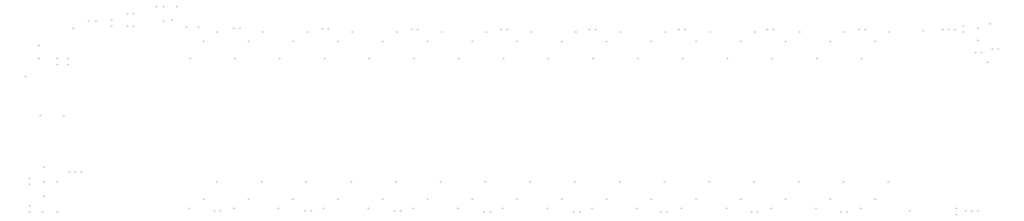
<source format=gbr>
G04*
G04 #@! TF.GenerationSoftware,Altium Limited,Altium Designer,24.1.2 (44)*
G04*
G04 Layer_Color=0*
%FSLAX25Y25*%
%MOIN*%
G70*
G04*
G04 #@! TF.SameCoordinates,29FF4F4E-3C6D-470F-9DA1-2895E510F6E9*
G04*
G04*
G04 #@! TF.FilePolarity,Positive*
G04*
G01*
G75*
%ADD12C,0.00394*%
%ADD82C,0.00197*%
D12*
X1123622Y663386D02*
X1127559D01*
X1125591Y661417D02*
Y665354D01*
X1103937Y663386D02*
X1107874D01*
X1105906Y661417D02*
Y665354D01*
X906378Y516850D02*
Y520787D01*
X904409Y518819D02*
X908346D01*
X868110Y517717D02*
Y521654D01*
X866142Y519685D02*
X870079D01*
X2409449Y604331D02*
Y608268D01*
X2407480Y606299D02*
X2411417D01*
X2391732Y364173D02*
X2395669D01*
X2393701Y362205D02*
Y366142D01*
X895669Y610236D02*
Y614173D01*
X893701Y612205D02*
X897638D01*
X2173228Y411417D02*
X2177165D01*
X2175197Y409449D02*
Y413386D01*
X2151811Y383287D02*
X2155748D01*
X2153779Y381319D02*
Y385256D01*
X2130315Y366142D02*
Y370079D01*
X2128346Y368110D02*
X2132284D01*
X2246063Y411417D02*
X2250000D01*
X2248031Y409449D02*
Y413386D01*
X2224646Y383287D02*
X2228583D01*
X2226614Y381319D02*
Y385256D01*
X2203150Y366142D02*
Y370079D01*
X2201181Y368110D02*
X2205118D01*
X2179134Y362205D02*
X2183071D01*
X2181102Y360236D02*
Y364173D01*
X2169291Y362205D02*
X2173228D01*
X2171260Y360236D02*
Y364173D01*
X1663386Y411617D02*
X1667323D01*
X1665354Y409649D02*
Y413586D01*
X1620472Y366142D02*
Y370079D01*
X1618504Y368110D02*
X1622441D01*
X1641969Y383287D02*
X1645905D01*
X1643937Y381319D02*
Y385256D01*
X1569134Y383287D02*
X1573071D01*
X1571102Y381319D02*
Y385256D01*
X1590551Y411417D02*
X1594488D01*
X1592520Y409449D02*
Y413386D01*
X1547638Y366142D02*
Y370079D01*
X1545669Y368110D02*
X1549606D01*
X2078976Y640335D02*
X2082913D01*
X2080945Y638366D02*
Y642303D01*
X2224646Y640335D02*
X2228583D01*
X2226614Y638366D02*
Y642303D01*
X2006142Y383287D02*
X2010079D01*
X2008110Y381319D02*
Y385256D01*
X2078976Y383287D02*
X2082913D01*
X2080945Y381319D02*
Y385256D01*
X1860472Y383287D02*
X1864409D01*
X1862441Y381319D02*
Y385256D01*
X1933307Y383287D02*
X1937244D01*
X1935276Y381319D02*
Y385256D01*
X1714803Y383287D02*
X1718740D01*
X1716772Y381319D02*
Y385256D01*
X1787638Y383287D02*
X1791575D01*
X1789606Y381319D02*
Y385256D01*
X1423465Y383287D02*
X1427402D01*
X1425433Y381319D02*
Y385256D01*
X1496299Y383287D02*
X1500236D01*
X1498268Y381319D02*
Y385256D01*
X1277008Y383287D02*
X1280945D01*
X1278976Y381319D02*
Y385256D01*
X1350630Y383287D02*
X1354567D01*
X1352598Y381319D02*
Y385256D01*
X1132126Y383287D02*
X1136063D01*
X1134095Y381319D02*
Y385256D01*
X1204961Y383287D02*
X1208898D01*
X1206929Y381319D02*
Y385256D01*
X2151811Y640335D02*
X2155748D01*
X2153779Y638366D02*
Y642303D01*
X2006142Y640335D02*
X2010079D01*
X2008110Y638366D02*
Y642303D01*
X1787638Y640335D02*
X1791575D01*
X1789606Y638366D02*
Y642303D01*
X1714803Y640335D02*
X1718740D01*
X1716772Y638366D02*
Y642303D01*
X1933307Y640335D02*
X1937244D01*
X1935276Y638366D02*
Y642303D01*
X1860472Y640335D02*
X1864409D01*
X1862441Y638366D02*
Y642303D01*
X1641969Y640335D02*
X1645905D01*
X1643937Y638366D02*
Y642303D01*
X1569134Y640335D02*
X1573071D01*
X1571102Y638366D02*
Y642303D01*
X1496299Y640335D02*
X1500236D01*
X1498268Y638366D02*
Y642303D01*
X1423465Y640335D02*
X1427402D01*
X1425433Y638366D02*
Y642303D01*
X872047Y435039D02*
X875984D01*
X874016Y433071D02*
Y437008D01*
X872047Y387795D02*
X875984D01*
X874016Y385827D02*
Y389764D01*
X1350630Y640335D02*
X1354567D01*
X1352598Y638366D02*
Y642303D01*
X1277795Y640335D02*
X1281732D01*
X1279764Y638366D02*
Y642303D01*
X1204961Y640335D02*
X1208898D01*
X1206929Y638366D02*
Y642303D01*
X1132126Y640335D02*
X1136063D01*
X1134095Y638366D02*
Y642303D01*
X895669Y600394D02*
Y604331D01*
X893701Y602362D02*
X897638D01*
X913386Y600394D02*
Y604331D01*
X911417Y602362D02*
X915354D01*
X913386Y610236D02*
Y614173D01*
X911417Y612205D02*
X915354D01*
X850787Y360236D02*
Y364173D01*
X848819Y362205D02*
X852756D01*
X850787Y405512D02*
Y409449D01*
X848819Y407480D02*
X852756D01*
X850787Y370079D02*
Y374016D01*
X848819Y372047D02*
X852756D01*
X850787Y415354D02*
Y419291D01*
X848819Y417323D02*
X852756D01*
X933071Y427165D02*
X937008D01*
X935039Y425197D02*
Y429134D01*
X923228Y427165D02*
X927165D01*
X925197Y425197D02*
Y429134D01*
X913386Y427165D02*
X917323D01*
X915354Y425197D02*
Y429134D01*
X2283465Y362205D02*
Y366142D01*
X2281496Y364173D02*
X2285433D01*
X2305118Y655512D02*
Y659449D01*
X2303150Y657480D02*
X2307087D01*
X919291Y661417D02*
X923228D01*
X921260Y659449D02*
Y663386D01*
X944882Y673228D02*
X948819D01*
X946850Y671260D02*
Y675197D01*
X1055118Y696850D02*
X1059055D01*
X1057087Y694882D02*
Y698819D01*
X1066929Y696850D02*
X1070866D01*
X1068898Y694882D02*
Y698819D01*
X956693Y673228D02*
X960630D01*
X958661Y671260D02*
Y675197D01*
X1066929Y673228D02*
X1070866D01*
X1068898Y671260D02*
Y675197D01*
X1082677Y673228D02*
Y677165D01*
X1080709Y675197D02*
X1084646D01*
X1090551Y694882D02*
Y698819D01*
X1088583Y696850D02*
X1092520D01*
X2381890Y363779D02*
X2385827D01*
X2383858Y361811D02*
Y365748D01*
X2425197Y627953D02*
X2429134D01*
X2427165Y625984D02*
Y629921D01*
X2358661Y356299D02*
Y360236D01*
X2356693Y358268D02*
X2360630D01*
X2358661Y366142D02*
Y370079D01*
X2356693Y368110D02*
X2360630D01*
X2372047Y364173D02*
X2375984D01*
X2374016Y362205D02*
Y366142D01*
X2415354Y627953D02*
X2419291D01*
X2417323Y625984D02*
Y629921D01*
X1007874Y665354D02*
X1011811D01*
X1009842Y663386D02*
Y667323D01*
X2387795Y622047D02*
X2391732D01*
X2389764Y620079D02*
Y624016D01*
X2397638Y622047D02*
X2401575D01*
X2399606Y620079D02*
Y624016D01*
X1017717Y665354D02*
X1021653D01*
X1019685Y663386D02*
Y667323D01*
X984252Y673228D02*
Y677165D01*
X982283Y675197D02*
X986220D01*
X984252Y663386D02*
Y667323D01*
X982283Y665354D02*
X986220D01*
X1007874Y685039D02*
X1011811D01*
X1009842Y683071D02*
Y687008D01*
X1017717Y685039D02*
X1021653D01*
X1019685Y683071D02*
Y687008D01*
X2334646Y659449D02*
X2338583D01*
X2336614Y657480D02*
Y661417D01*
X864173Y633858D02*
X868110D01*
X866142Y631890D02*
Y635827D01*
X2344488Y659842D02*
X2348425D01*
X2346457Y657874D02*
Y661811D01*
X2411417Y668898D02*
X2415354D01*
X2413386Y666929D02*
Y670866D01*
X2370079Y663386D02*
Y667323D01*
X2368110Y665354D02*
X2372047D01*
X2370079Y653543D02*
Y657480D01*
X2368110Y655512D02*
X2372047D01*
X864173Y612205D02*
X868110D01*
X866142Y610236D02*
Y614173D01*
X2354331Y659055D02*
X2358268D01*
X2356299Y657087D02*
Y661024D01*
X2391732Y641732D02*
X2395669D01*
X2393701Y639764D02*
Y643701D01*
X2391732Y661417D02*
X2395669D01*
X2393701Y659449D02*
Y663386D01*
X1155512Y653543D02*
Y657480D01*
X1153543Y655512D02*
X1157480D01*
X1229921Y653543D02*
Y657480D01*
X1227953Y655512D02*
X1231890D01*
X1190945Y661417D02*
X1194882D01*
X1192913Y659449D02*
Y663386D01*
X1181102Y661417D02*
X1185039D01*
X1183071Y659449D02*
Y663386D01*
X1302756Y653543D02*
Y657480D01*
X1300787Y655512D02*
X1304724D01*
X1375591Y653543D02*
Y657480D01*
X1373622Y655512D02*
X1377559D01*
X1334646Y661024D02*
X1338583D01*
X1336614Y659055D02*
Y662992D01*
X1324803Y661024D02*
X1328740D01*
X1326772Y659055D02*
Y662992D01*
X1110236Y612205D02*
X1114173D01*
X1112205Y610236D02*
Y614173D01*
X1183071Y612205D02*
X1187008D01*
X1185039Y610236D02*
Y614173D01*
X1255906Y612205D02*
X1259842D01*
X1257874Y610236D02*
Y614173D01*
X1328740Y612205D02*
X1332677D01*
X1330709Y610236D02*
Y614173D01*
X1448425Y653543D02*
Y657480D01*
X1446457Y655512D02*
X1450394D01*
X1521260Y653543D02*
Y657480D01*
X1519291Y655512D02*
X1523228D01*
X1480315Y659842D02*
X1484252D01*
X1482283Y657874D02*
Y661811D01*
X1470472Y659842D02*
X1474409D01*
X1472441Y657874D02*
Y661811D01*
X1594094Y653543D02*
Y657480D01*
X1592126Y655512D02*
X1596063D01*
X1666929Y653543D02*
Y657480D01*
X1664961Y655512D02*
X1668898D01*
X1616142Y659449D02*
X1620079D01*
X1618110Y657480D02*
Y661417D01*
X1625984Y659449D02*
X1629921D01*
X1627953Y657480D02*
Y661417D01*
X1401575Y612205D02*
X1405512D01*
X1403543Y610236D02*
Y614173D01*
X1474409Y612205D02*
X1478347D01*
X1476378Y610236D02*
Y614173D01*
X1547244Y612205D02*
X1551181D01*
X1549213Y610236D02*
Y614173D01*
X1620079Y612205D02*
X1624016D01*
X1622047Y610236D02*
Y614173D01*
X1885433Y653543D02*
Y657480D01*
X1883465Y655512D02*
X1887402D01*
X1958268Y653543D02*
Y657480D01*
X1956299Y655512D02*
X1960236D01*
X1915354Y659449D02*
X1919291D01*
X1917323Y657480D02*
Y661417D01*
X1905512Y659449D02*
X1909449D01*
X1907480Y657480D02*
Y661417D01*
X1739764Y653543D02*
Y657480D01*
X1737795Y655512D02*
X1741732D01*
X1812598Y653543D02*
Y657480D01*
X1810630Y655512D02*
X1814567D01*
X1769685Y659449D02*
X1773622D01*
X1771654Y657480D02*
Y661417D01*
X1759842Y659449D02*
X1763779D01*
X1761811Y657480D02*
Y661417D01*
X1838583Y612205D02*
X1842520D01*
X1840551Y610236D02*
Y614173D01*
X1911417Y612205D02*
X1915354D01*
X1913386Y610236D02*
Y614173D01*
X1692913Y612205D02*
X1696850D01*
X1694882Y610236D02*
Y614173D01*
X1765748Y612205D02*
X1769685D01*
X1767716Y610236D02*
Y614173D01*
X2031102Y653543D02*
Y657480D01*
X2029134Y655512D02*
X2033071D01*
X2103937Y653543D02*
Y657480D01*
X2101969Y655512D02*
X2105906D01*
X2059055Y659842D02*
X2062992D01*
X2061024Y657874D02*
Y661811D01*
X2049213Y659842D02*
X2053150D01*
X2051181Y657874D02*
Y661811D01*
X2176772Y653543D02*
Y657480D01*
X2174803Y655512D02*
X2178740D01*
X2249606Y653543D02*
Y657480D01*
X2247638Y655512D02*
X2251575D01*
X2208661Y659842D02*
X2212598D01*
X2210630Y657874D02*
Y661811D01*
X2198819Y659842D02*
X2202756D01*
X2200787Y657874D02*
Y661811D01*
X1984252Y612205D02*
X1988189D01*
X1986221Y610236D02*
Y614173D01*
X2057087Y612205D02*
X2061024D01*
X2059055Y610236D02*
Y614173D01*
X2129921Y612205D02*
X2133858D01*
X2131890Y610236D02*
Y614173D01*
X2202756Y612205D02*
X2206693D01*
X2204724Y610236D02*
Y614173D01*
X1183465Y366142D02*
Y370079D01*
X1181496Y368110D02*
X1185433D01*
X1110630Y366142D02*
Y370079D01*
X1108661Y368110D02*
X1112598D01*
X1159449Y364173D02*
X1163386D01*
X1161417Y362205D02*
Y366142D01*
X1149606Y364173D02*
X1153543D01*
X1151575Y362205D02*
Y366142D01*
X1329134Y366142D02*
Y370079D01*
X1327165Y368110D02*
X1331102D01*
X1255512Y366142D02*
Y370079D01*
X1253543Y368110D02*
X1257480D01*
X1297244Y364173D02*
X1301181D01*
X1299213Y362205D02*
Y366142D01*
X1307087Y364173D02*
X1311024D01*
X1309055Y362205D02*
Y366142D01*
X1226378Y411417D02*
X1230315D01*
X1228347Y409449D02*
Y413386D01*
X1153543Y411417D02*
X1157480D01*
X1155512Y409449D02*
Y413386D01*
X1372047Y411417D02*
X1375984D01*
X1374016Y409449D02*
Y413386D01*
X1298425Y411417D02*
X1302362D01*
X1300394Y409449D02*
Y413386D01*
X1474803Y366142D02*
Y370079D01*
X1472835Y368110D02*
X1476772D01*
X1401968Y366142D02*
Y370079D01*
X1400000Y368110D02*
X1403937D01*
X1452756Y364173D02*
X1456693D01*
X1454724Y362205D02*
Y366142D01*
X1442913Y364173D02*
X1446850D01*
X1444882Y362205D02*
Y366142D01*
X1588583Y362598D02*
X1592520D01*
X1590551Y360630D02*
Y364567D01*
X1598425Y362598D02*
X1602362D01*
X1600394Y360630D02*
Y364567D01*
X1517717Y411417D02*
X1521653D01*
X1519685Y409449D02*
Y413386D01*
X1444882Y411417D02*
X1448819D01*
X1446850Y409449D02*
Y413386D01*
X1766142Y366142D02*
Y370079D01*
X1764173Y368110D02*
X1768110D01*
X1693307Y366142D02*
Y370079D01*
X1691339Y368110D02*
X1695276D01*
X1734252Y362205D02*
X1738189D01*
X1736221Y360236D02*
Y364173D01*
X1744094Y362205D02*
X1748031D01*
X1746063Y360236D02*
Y364173D01*
X1911811Y366142D02*
Y370079D01*
X1909842Y368110D02*
X1913779D01*
X1838976Y366142D02*
Y370079D01*
X1837008Y368110D02*
X1840945D01*
X1875984Y362205D02*
X1879921D01*
X1877953Y360236D02*
Y364173D01*
X1885827Y362205D02*
X1889764D01*
X1887795Y360236D02*
Y364173D01*
X1809055Y411417D02*
X1812992D01*
X1811024Y409449D02*
Y413386D01*
X1736221Y411417D02*
X1740158D01*
X1738189Y409449D02*
Y413386D01*
X1954724Y411417D02*
X1958661D01*
X1956693Y409449D02*
Y413386D01*
X1881890Y411417D02*
X1885827D01*
X1883858Y409449D02*
Y413386D01*
X2057480Y366142D02*
Y370079D01*
X2055512Y368110D02*
X2059449D01*
X1984646Y366142D02*
Y370079D01*
X1982677Y368110D02*
X1986614D01*
X2023622Y362205D02*
X2027559D01*
X2025591Y360236D02*
Y364173D01*
X2033465Y362205D02*
X2037402D01*
X2035433Y360236D02*
Y364173D01*
X2100394Y411417D02*
X2104331D01*
X2102362Y409449D02*
Y413386D01*
X2027559Y411417D02*
X2031496D01*
X2029527Y409449D02*
Y413386D01*
D82*
X893701Y411417D02*
X897638D01*
X895669Y409449D02*
Y413386D01*
X893701Y362205D02*
X897638D01*
X895669Y360236D02*
Y364173D01*
X844488Y581142D02*
Y585079D01*
X842520Y583110D02*
X846457D01*
X872047Y411417D02*
X875984D01*
X874016Y409449D02*
Y413386D01*
X870079Y362205D02*
X874016D01*
X872047Y360236D02*
Y364173D01*
M02*

</source>
